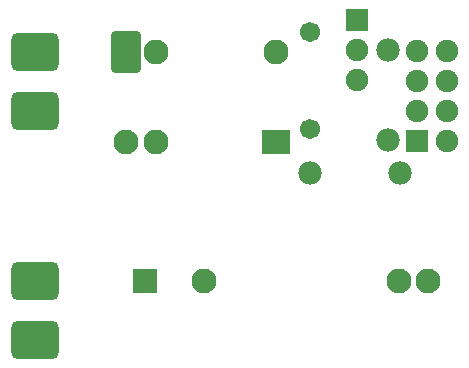
<source format=gts>
G04 Layer: TopSolderMaskLayer*
G04 EasyEDA v6.5.34, 2023-10-19 08:42:31*
G04 b67b5cfffcec474382aab84a97846f09,08f173712dbc44b08fd2a75eaeabdc68,10*
G04 Gerber Generator version 0.2*
G04 Scale: 100 percent, Rotated: No, Reflected: No *
G04 Dimensions in millimeters *
G04 leading zeros omitted , absolute positions ,4 integer and 5 decimal *
%FSLAX45Y45*%
%MOMM*%

%AMMACRO1*1,1,$1,$2,$3*1,1,$1,$4,$5*1,1,$1,0-$2,0-$3*1,1,$1,0-$4,0-$5*20,1,$1,$2,$3,$4,$5,0*20,1,$1,$4,$5,0-$2,0-$3,0*20,1,$1,0-$2,0-$3,0-$4,0-$5,0*20,1,$1,0-$4,0-$5,$2,$3,0*4,1,4,$2,$3,$4,$5,0-$2,0-$3,0-$4,0-$5,$2,$3,0*%
%ADD10C,1.7016*%
%ADD11C,2.1016*%
%ADD12MACRO1,0.5X1X-1.5X-1X-1.5*%
%ADD13MACRO1,0.1016X1.15X-1X-1.15X-1*%
%ADD14MACRO1,0.1016X-0.9X0.9X0.9X0.9*%
%ADD15C,1.9016*%
%ADD16C,1.9812*%
%ADD17MACRO1,1X1.5X1.1X1.5X-1.1*%
%ADD18MACRO1,0.1016X0.9X0.9X0.9X-0.9*%
%ADD19MACRO1,0.1016X-1X1X1X1*%

%LPD*%
D10*
G01*
X2820004Y2989996D03*
G01*
X2820004Y2169982D03*
D11*
G01*
X2534991Y2820984D03*
G01*
X1518991Y2820984D03*
D12*
G01*
X1264996Y2820995D03*
D11*
G01*
X1264991Y2058984D03*
G01*
X1518991Y2058984D03*
D13*
G01*
X2534996Y2058995D03*
D14*
G01*
X3219993Y3093994D03*
D15*
G01*
X3220003Y2839984D03*
G01*
X3220003Y2585984D03*
D16*
G01*
X3479998Y2841000D03*
G01*
X3479998Y2079000D03*
G01*
X2818988Y1800006D03*
G01*
X3580988Y1800006D03*
D17*
G01*
X489999Y2819994D03*
G01*
X489999Y2319995D03*
G01*
X489999Y879998D03*
G01*
X489999Y379999D03*
D15*
G01*
X3976999Y2830992D03*
G01*
X3976999Y2576992D03*
G01*
X3976999Y2322992D03*
G01*
X3976999Y2068992D03*
G01*
X3722999Y2830992D03*
G01*
X3722999Y2576992D03*
G01*
X3722999Y2322992D03*
D18*
G01*
X3722992Y2068995D03*
D11*
G01*
X3820002Y879993D03*
G01*
X3570015Y879993D03*
G01*
X1920006Y879993D03*
D19*
G01*
X1419997Y879998D03*
M02*

</source>
